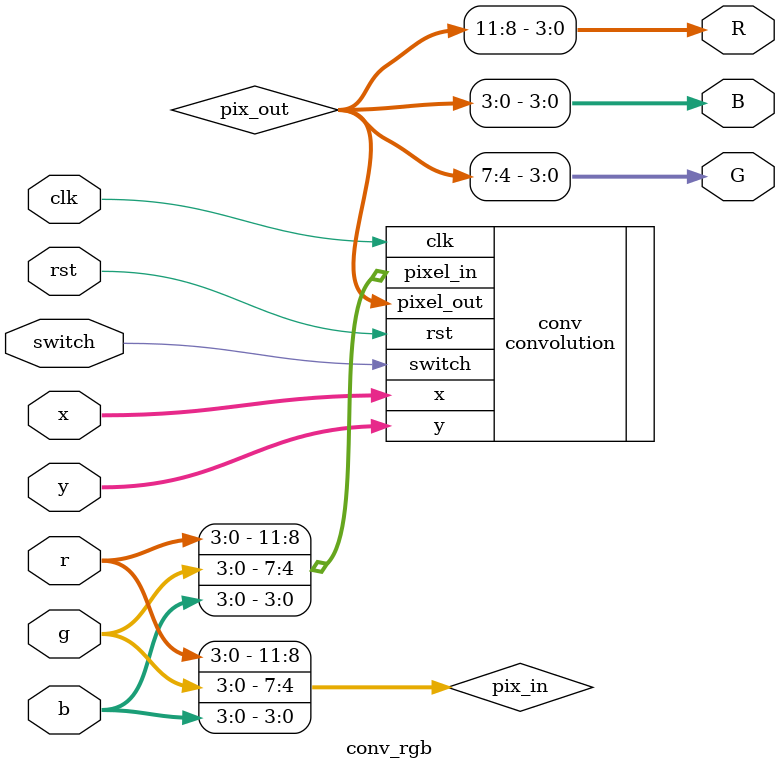
<source format=sv>
`timescale 1ns / 1ps


module conv_rgb #(parameter M=320,N=240,
    // kernel
    parameter K00 = -1, K01 = -1, K02 = -1,
    parameter K10 = -1, K11 = 8, K12 = -1,
    parameter K20 = -1, K21 = -1, K22 = -1,
    parameter D=1
)(
    input wire clk,
    input wire switch,
    input wire rst,
    input wire [9:0]x,
    input wire [9:0]y,
    input wire [3:0]r,
    input wire [3:0]g,
    input wire [3:0]b,
    output wire [3:0]R,
    output wire [3:0]G,
    output wire [3:0]B
);
    wire [11:0]pix_in;
    wire [11:0]pix_out;
    assign pix_in[11:8]=r;
    assign R=pix_out[11:8];
    assign pix_in[7:4]=g;
    assign G=pix_out[7:4];
    assign pix_in[3:0]=b;
    assign B=pix_out[3:0];
    convolution #(.M(M),.N(N),.K00(K00),.K01(K01),.K02(K02),.K10(K10),.K11(K11),.K12(K12),.K20(K20),.K21(K21),.K22(K22),.D(D))
                    conv(.clk(clk),.switch(switch),.rst(rst),.x(x),.y(y),.pixel_in(pix_in),.pixel_out(pix_out));
endmodule

</source>
